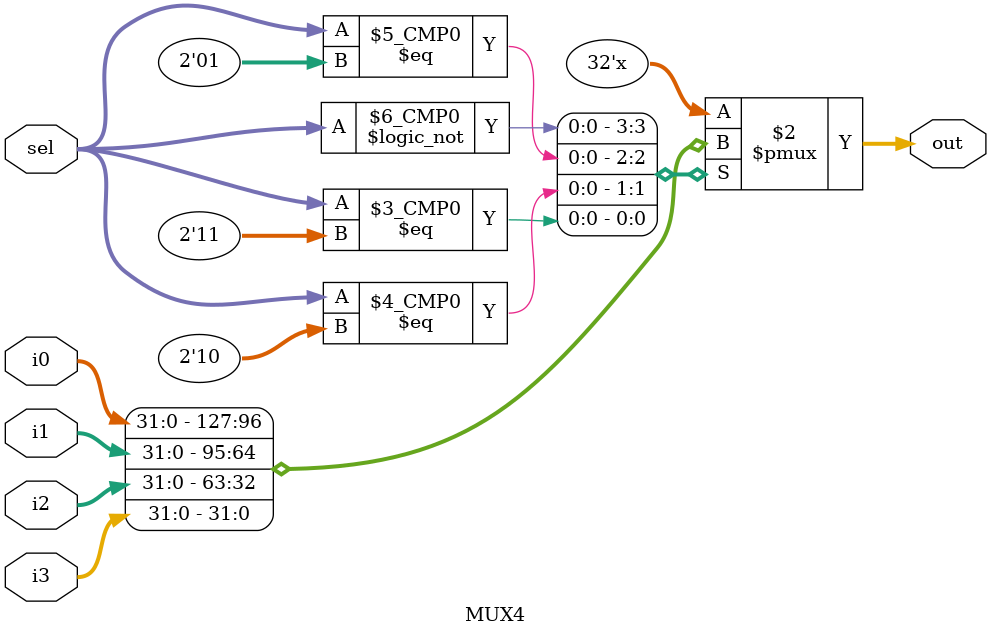
<source format=v>
module MUX4 #(parameter len=32)(output reg [len-1:0]out,
								input  [len-1:0]i0,
								input  [len-1:0]i1,
								input  [len-1:0]i2,
								input  [len-1:0]i3,
								input  [1:0]sel
								);
	
	always @ (i0 or i1 or i2 or i3 or sel) begin
      case(sel)
			2'b00: out = i0;
			2'b01: out = i1;
			2'b10: out = i2;
			2'b11: out = i3;
			
			default: out = 32'b0;

		endcase

	end
			
endmodule
</source>
